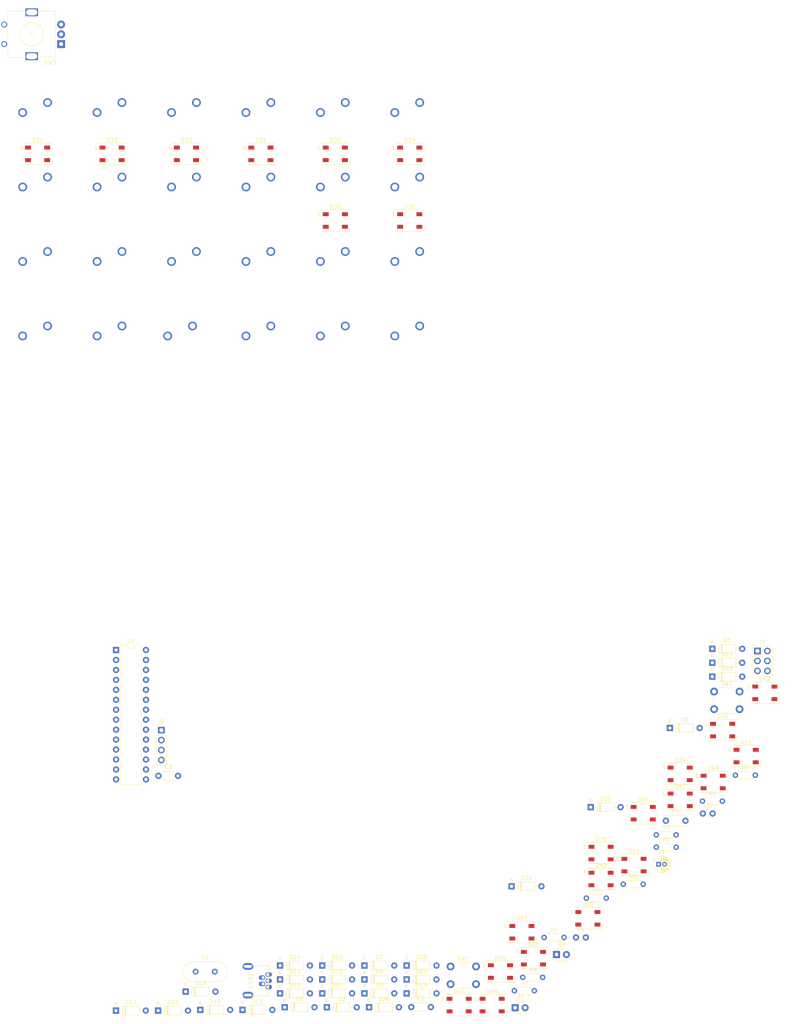
<source format=kicad_pcb>
(kicad_pcb (version 20171130) (host pcbnew "(5.1.4)-1")
  (layers (0 F.Cu signal) (31 B.Cu signal) (34 B.Paste user) (35 F.Paste user) (36 B.SilkS user) (37 F.SilkS user) (38 B.Mask user) (39 F.Mask user) (44 Edge.Cuts user))
  (net 0 "")
  (net 1 GND)
  (net 2 +5V)
  (net 3 "Net-(C4-Pad1)")
  (net 4 "Net-(C5-Pad1)")
  (net 5 "Net-(D1-Pad1)")
  (net 6 "Net-(D2-Pad1)")
  (net 7 "Net-(D3-Pad2)")
  (net 8 "Net-(D4-Pad2)")
  (net 9 "Net-(D5-Pad2)")
  (net 10 "Net-(D6-Pad2)")
  (net 11 "Net-(D7-Pad2)")
  (net 12 ROW0)
  (net 13 ROW1)
  (net 14 ROW2)
  (net 15 "Net-(D13-Pad2)")
  (net 16 "Net-(D14-Pad2)")
  (net 17 "Net-(D15-Pad2)")
  (net 18 "Net-(D17-Pad2)")
  (net 19 "Net-(D18-Pad2)")
  (net 20 "Net-(D19-Pad2)")
  (net 21 "Net-(D20-Pad2)")
  (net 22 "Net-(D21-Pad2)")
  (net 23 "Net-(D22-Pad2)")
  (net 24 "Net-(D23-Pad2)")
  (net 25 "Net-(D24-Pad2)")
  (net 26 "Net-(D25-Pad2)")
  (net 27 "Net-(F1-Pad2)")
  (net 28 Reset)
  (net 29 "Net-(J1-Pad4)")
  (net 30 I2c_SDA)
  (net 31 I2c_SCL)
  (net 32 COL0)
  (net 33 COL1)
  (net 34 COL2)
  (net 35 COL3)
  (net 36 COL4)
  (net 37 USB_D-)
  (net 38 USB_D+)
  (net 39 "Net-(SW2-Pad1)")
  (net 40 "Net-(U1-Pad21)")
  (net 41 "Net-(USB1-Pad2)")
  (net 42 ENC_A)
  (net 43 ENC_C)
  (net 44 ENC_B)
  (net 45 "Net-(D8-Pad2)")
  (net 46 /ROW3)
  (net 47 "Net-(D9-Pad2)")
  (net 48 "Net-(D10-Pad2)")
  (net 49 "Net-(D11-Pad2)")
  (net 50 "Net-(D12-Pad2)")
  (net 51 "Net-(D16-Pad2)")
  (net 52 "Net-(D26-Pad2)")
  (net 53 "Net-(D27-Pad2)")
  (net 54 "Net-(D28-Pad2)")
  (net 55 -5V)
  (net 56 "Net-(D29-Pad2)")
  (net 57 "Net-(D29-Pad4)")
  (net 58 "Net-(D30-Pad2)")
  (net 59 "Net-(D31-Pad2)")
  (net 60 "Net-(D32-Pad2)")
  (net 61 "Net-(D33-Pad2)")
  (net 62 "Net-(D34-Pad2)")
  (net 63 "Net-(D35-Pad2)")
  (net 64 "Net-(D36-Pad2)")
  (net 65 "Net-(D37-Pad2)")
  (net 66 "Net-(D38-Pad2)")
  (net 67 "Net-(D39-Pad2)")
  (net 68 "Net-(D40-Pad2)")
  (net 69 "Net-(D41-Pad2)")
  (net 70 "Net-(D42-Pad2)")
  (net 71 "Net-(D43-Pad2)")
  (net 72 "Net-(D44-Pad2)")
  (net 73 "Net-(D45-Pad2)")
  (net 74 "Net-(D46-Pad2)")
  (net 75 "Net-(D47-Pad2)")
  (net 76 "Net-(D48-Pad2)")
  (net 77 "Net-(D49-Pad2)")
  (net 78 "Net-(D50-Pad2)")
  (net 79 "Net-(D51-Pad2)")
  (net 80 "Net-(D52-Pad2)")
  (net 81 /COL5)
  (net 82 RGBINPUT)
  (module "! MX bases:MXOnly-1U-NoLED" (layer F.Cu) (at 423 256)
    (fp_text reference MX24)
    (fp_text value MX-NoLED)
    (pad 2 thru_hole circle (at 2.54 -5.08) (size 2.25 2.25) (drill 1.47) (layers *.Cu B.Mask) (net 54 "Net-(D28-Pad2)"))
    (pad "" np_thru_hole circle (at 0 0) (size 3.9878 3.9878) (drill 3.9878) (layers *.Cu *.Mask))
    (pad 1 thru_hole circle (at -3.81 -2.54) (size 2.25 2.25) (drill 1.47) (layers *.Cu B.Mask) (net 81 /COL5))
    (pad "" np_thru_hole circle (at -5.08 0 48.0996) (size 1.75 1.75) (drill 1.75) (layers *.Cu *.Mask))
    (pad "" np_thru_hole circle (at 5.08 0 48.0996) (size 1.75 1.75) (drill 1.75) (layers *.Cu *.Mask))
  )
  (module "! MX bases:MXOnly-1U-NoLED" (layer F.Cu) (at 404 256)
    (fp_text reference MX20)
    (fp_text value MX-NoLED)
    (pad 2 thru_hole circle (at 2.54 -5.08) (size 2.25 2.25) (drill 1.47) (layers *.Cu B.Mask) (net 25 "Net-(D24-Pad2)"))
    (pad "" np_thru_hole circle (at 0 0) (size 3.9878 3.9878) (drill 3.9878) (layers *.Cu *.Mask))
    (pad 1 thru_hole circle (at -3.81 -2.54) (size 2.25 2.25) (drill 1.47) (layers *.Cu B.Mask) (net 36 COL4))
    (pad "" np_thru_hole circle (at -5.08 0 48.0996) (size 1.75 1.75) (drill 1.75) (layers *.Cu *.Mask))
    (pad "" np_thru_hole circle (at 5.08 0 48.0996) (size 1.75 1.75) (drill 1.75) (layers *.Cu *.Mask))
  )
  (module "! MX bases:MXOnly-1U-NoLED" (layer F.Cu) (at 385 256)
    (fp_text reference MX16)
    (fp_text value MX-NoLED)
    (pad 2 thru_hole circle (at 2.54 -5.08) (size 2.25 2.25) (drill 1.47) (layers *.Cu B.Mask) (net 21 "Net-(D20-Pad2)"))
    (pad "" np_thru_hole circle (at 0 0) (size 3.9878 3.9878) (drill 3.9878) (layers *.Cu *.Mask))
    (pad 1 thru_hole circle (at -3.81 -2.54) (size 2.25 2.25) (drill 1.47) (layers *.Cu B.Mask) (net 35 COL3))
    (pad "" np_thru_hole circle (at -5.08 0 48.0996) (size 1.75 1.75) (drill 1.75) (layers *.Cu *.Mask))
    (pad "" np_thru_hole circle (at 5.08 0 48.0996) (size 1.75 1.75) (drill 1.75) (layers *.Cu *.Mask))
  )
  (module "! MX bases:MXOnly-1U-NoLED" (layer F.Cu) (at 365 256)
    (fp_text reference MX12)
    (fp_text value MX-NoLED)
    (pad 2 thru_hole circle (at 2.54 -5.08) (size 2.25 2.25) (drill 1.47) (layers *.Cu B.Mask) (net 51 "Net-(D16-Pad2)"))
    (pad "" np_thru_hole circle (at 0 0) (size 3.9878 3.9878) (drill 3.9878) (layers *.Cu *.Mask))
    (pad 1 thru_hole circle (at -3.81 -2.54) (size 2.25 2.25) (drill 1.47) (layers *.Cu B.Mask) (net 34 COL2))
    (pad "" np_thru_hole circle (at -5.08 0 48.0996) (size 1.75 1.75) (drill 1.75) (layers *.Cu *.Mask))
    (pad "" np_thru_hole circle (at 5.08 0 48.0996) (size 1.75 1.75) (drill 1.75) (layers *.Cu *.Mask))
  )
  (module "! MX bases:MXOnly-1U-NoLED" (layer F.Cu) (at 347 256)
    (fp_text reference MX8)
    (fp_text value MX-NoLED)
    (pad 2 thru_hole circle (at 2.54 -5.08) (size 2.25 2.25) (drill 1.47) (layers *.Cu B.Mask) (net 50 "Net-(D12-Pad2)"))
    (pad "" np_thru_hole circle (at 0 0) (size 3.9878 3.9878) (drill 3.9878) (layers *.Cu *.Mask))
    (pad 1 thru_hole circle (at -3.81 -2.54) (size 2.25 2.25) (drill 1.47) (layers *.Cu B.Mask) (net 33 COL1))
    (pad "" np_thru_hole circle (at -5.08 0 48.0996) (size 1.75 1.75) (drill 1.75) (layers *.Cu *.Mask))
    (pad "" np_thru_hole circle (at 5.08 0 48.0996) (size 1.75 1.75) (drill 1.75) (layers *.Cu *.Mask))
  )
  (module "! MX bases:MXOnly-1U-NoLED" (layer F.Cu) (at 328 256)
    (fp_text reference MX4)
    (fp_text value MX-NoLED)
    (pad 2 thru_hole circle (at 2.54 -5.08) (size 2.25 2.25) (drill 1.47) (layers *.Cu B.Mask) (net 45 "Net-(D8-Pad2)"))
    (pad "" np_thru_hole circle (at 0 0) (size 3.9878 3.9878) (drill 3.9878) (layers *.Cu *.Mask))
    (pad 1 thru_hole circle (at -3.81 -2.54) (size 2.25 2.25) (drill 1.47) (layers *.Cu B.Mask) (net 32 COL0))
    (pad "" np_thru_hole circle (at -5.08 0 48.0996) (size 1.75 1.75) (drill 1.75) (layers *.Cu *.Mask))
    (pad "" np_thru_hole circle (at 5.08 0 48.0996) (size 1.75 1.75) (drill 1.75) (layers *.Cu *.Mask))
  )
  (module Diode_THT:D_DO-35_SOD27_P7.62mm_Horizontal (layer F.Cu) (at 422.202199 414.079)
    (fp_text reference D28 (at 3.81 -2.12) (layer F.SilkS))
    (fp_text value 1N4148)
    (fp_text user K (at 0 -1.8) (layer F.SilkS))
    (pad 2 thru_hole oval (at 7.62 0) (size 1.6 1.6) (drill 0.8) (layers *.Cu *.Mask) (net 54 "Net-(D28-Pad2)"))
    (pad 1 thru_hole rect (at 0 0) (size 1.6 1.6) (drill 0.8) (layers *.Cu *.Mask) (net 46 /ROW3))
  )
  (module Diode_THT:D_DO-35_SOD27_P7.62mm_Horizontal (layer F.Cu) (at 448.992199 393.879)
    (fp_text reference D24 (at 3.81 -2.12) (layer F.SilkS))
    (fp_text value 1N4148)
    (fp_text user K (at 0 -1.8) (layer F.SilkS))
    (pad 2 thru_hole oval (at 7.62 0) (size 1.6 1.6) (drill 0.8) (layers *.Cu *.Mask) (net 25 "Net-(D24-Pad2)"))
    (pad 1 thru_hole rect (at 0 0) (size 1.6 1.6) (drill 0.8) (layers *.Cu *.Mask) (net 46 /ROW3))
  )
  (module Diode_THT:D_DO-35_SOD27_P7.62mm_Horizontal (layer F.Cu) (at 469.192199 373.679)
    (fp_text reference D20 (at 3.81 -2.12) (layer F.SilkS))
    (fp_text value 1N4148)
    (fp_text user K (at 0 -1.8) (layer F.SilkS))
    (pad 2 thru_hole oval (at 7.62 0) (size 1.6 1.6) (drill 0.8) (layers *.Cu *.Mask) (net 21 "Net-(D20-Pad2)"))
    (pad 1 thru_hole rect (at 0 0) (size 1.6 1.6) (drill 0.8) (layers *.Cu *.Mask) (net 46 /ROW3))
  )
  (module Diode_THT:D_DO-35_SOD27_P7.62mm_Horizontal (layer F.Cu) (at 369.532199 425.389)
    (fp_text reference D16 (at 3.81 -2.12) (layer F.SilkS))
    (fp_text value 1N4148)
    (fp_text user K (at 0 -1.8) (layer F.SilkS))
    (pad 2 thru_hole oval (at 7.62 0) (size 1.6 1.6) (drill 0.8) (layers *.Cu *.Mask) (net 51 "Net-(D16-Pad2)"))
    (pad 1 thru_hole rect (at 0 0) (size 1.6 1.6) (drill 0.8) (layers *.Cu *.Mask) (net 46 /ROW3))
  )
  (module Diode_THT:D_DO-35_SOD27_P7.62mm_Horizontal (layer F.Cu) (at 389.892199 421.179)
    (fp_text reference D12 (at 3.81 -2.12) (layer F.SilkS))
    (fp_text value 1N4148)
    (fp_text user K (at 0 -1.8) (layer F.SilkS))
    (pad 2 thru_hole oval (at 7.62 0) (size 1.6 1.6) (drill 0.8) (layers *.Cu *.Mask) (net 50 "Net-(D12-Pad2)"))
    (pad 1 thru_hole rect (at 0 0) (size 1.6 1.6) (drill 0.8) (layers *.Cu *.Mask) (net 46 /ROW3))
  )
  (module Diode_THT:D_DO-35_SOD27_P7.62mm_Horizontal (layer F.Cu) (at 489.392199 353.479)
    (fp_text reference D8 (at 3.81 -2.12) (layer F.SilkS))
    (fp_text value 1N4148)
    (fp_text user K (at 0 -1.8) (layer F.SilkS))
    (pad 2 thru_hole oval (at 7.62 0) (size 1.6 1.6) (drill 0.8) (layers *.Cu *.Mask) (net 45 "Net-(D8-Pad2)"))
    (pad 1 thru_hole rect (at 0 0) (size 1.6 1.6) (drill 0.8) (layers *.Cu *.Mask) (net 46 /ROW3))
  )
  (module Crystal:Crystal_HC49-4H_Vertical (layer F.Cu) (at 368.342199 415.629)
    (fp_text reference Y1 (at 2.44 -3.525) (layer F.SilkS))
    (fp_text value 16Mhz)
    (pad 2 thru_hole circle (at 4.88 0) (size 1.5 1.5) (drill 0.8) (layers *.Cu *.Mask) (net 3 "Net-(C4-Pad1)"))
    (pad 1 thru_hole circle (at 0 0) (size 1.5 1.5) (drill 0.8) (layers *.Cu *.Mask) (net 4 "Net-(C5-Pad1)"))
  )
  (module !random-keyboard-parts:Molex-0548190519 (layer F.Cu) (at 379.942199 417.959)
    (fp_text reference USB1)
    (fp_text value Molex-0548190519)
    (fp_text user %R (at 2.45 0 90) (layer F.SilkS))
    (pad 5 thru_hole oval (at 6.8 -1.6) (size 1.65 1.1) (drill oval 0.7 (offset 0.25 0)) (layers *.Cu B.Mask) (net 27 "Net-(F1-Pad2)"))
    (pad 4 thru_hole oval (at 5.6 -0.8 180) (size 1.65 1.1) (drill oval 0.7 (offset 0.25 0)) (layers *.Cu B.Mask) (net 5 "Net-(D1-Pad1)"))
    (pad 3 thru_hole oval (at 6.8 0) (size 1.65 1.1) (drill oval 0.7 (offset 0.25 0)) (layers *.Cu B.Mask) (net 6 "Net-(D2-Pad1)"))
    (pad 2 thru_hole oval (at 5.6 0.8 180) (size 1.65 1.1) (drill oval 0.7 (offset 0.25 0)) (layers *.Cu B.Mask) (net 41 "Net-(USB1-Pad2)"))
    (pad 1 thru_hole oval (at 6.8 1.6) (size 1.65 1.1) (drill oval 0.7 (offset 0.25 0)) (layers *.Cu B.Mask) (net 1 GND))
    (pad 6 thru_hole oval (at 1.75 -3.65) (size 2.7 1.7) (drill oval 1.9 0.7) (layers *.Cu *.Mask) (net 1 GND))
    (pad 6 thru_hole oval (at 1.75 3.65) (size 2.7 1.7) (drill oval 1.9 0.7) (layers *.Cu *.Mask) (net 1 GND))
  )
  (module Package_DIP:DIP-28_W7.62mm (layer F.Cu) (at 348.042199 333.579)
    (fp_text reference U1 (at 3.81 -2.33) (layer F.SilkS))
    (fp_text value ATmega328P-PU)
    (pad 28 thru_hole oval (at 7.62 0) (size 1.6 1.6) (drill 0.8) (layers *.Cu *.Mask) (net 31 I2c_SCL))
    (pad 14 thru_hole oval (at 0 33.02) (size 1.6 1.6) (drill 0.8) (layers *.Cu *.Mask) (net 42 ENC_A))
    (pad 27 thru_hole oval (at 7.62 2.54) (size 1.6 1.6) (drill 0.8) (layers *.Cu *.Mask) (net 30 I2c_SDA))
    (pad 13 thru_hole oval (at 0 30.48) (size 1.6 1.6) (drill 0.8) (layers *.Cu *.Mask) (net 36 COL4))
    (pad 26 thru_hole oval (at 7.62 5.08) (size 1.6 1.6) (drill 0.8) (layers *.Cu *.Mask) (net 32 COL0))
    (pad 12 thru_hole oval (at 0 27.94) (size 1.6 1.6) (drill 0.8) (layers *.Cu *.Mask) (net 35 COL3))
    (pad 25 thru_hole oval (at 7.62 7.62) (size 1.6 1.6) (drill 0.8) (layers *.Cu *.Mask) (net 14 ROW2))
    (pad 11 thru_hole oval (at 0 25.4) (size 1.6 1.6) (drill 0.8) (layers *.Cu *.Mask) (net 39 "Net-(SW2-Pad1)"))
    (pad 24 thru_hole oval (at 7.62 10.16) (size 1.6 1.6) (drill 0.8) (layers *.Cu *.Mask) (net 13 ROW1))
    (pad 10 thru_hole oval (at 0 22.86) (size 1.6 1.6) (drill 0.8) (layers *.Cu *.Mask) (net 3 "Net-(C4-Pad1)"))
    (pad 23 thru_hole oval (at 7.62 12.7) (size 1.6 1.6) (drill 0.8) (layers *.Cu *.Mask) (net 82 RGBINPUT))
    (pad 9 thru_hole oval (at 0 20.32) (size 1.6 1.6) (drill 0.8) (layers *.Cu *.Mask) (net 4 "Net-(C5-Pad1)"))
    (pad 22 thru_hole oval (at 7.62 15.24) (size 1.6 1.6) (drill 0.8) (layers *.Cu *.Mask) (net 1 GND))
    (pad 8 thru_hole oval (at 0 17.78) (size 1.6 1.6) (drill 0.8) (layers *.Cu *.Mask) (net 1 GND))
    (pad 21 thru_hole oval (at 7.62 17.78) (size 1.6 1.6) (drill 0.8) (layers *.Cu *.Mask) (net 40 "Net-(U1-Pad21)"))
    (pad 7 thru_hole oval (at 0 15.24) (size 1.6 1.6) (drill 0.8) (layers *.Cu *.Mask) (net 2 +5V))
    (pad 20 thru_hole oval (at 7.62 20.32) (size 1.6 1.6) (drill 0.8) (layers *.Cu *.Mask) (net 2 +5V))
    (pad 6 thru_hole oval (at 0 12.7) (size 1.6 1.6) (drill 0.8) (layers *.Cu *.Mask) (net 12 ROW0))
    (pad 19 thru_hole oval (at 7.62 22.86) (size 1.6 1.6) (drill 0.8) (layers *.Cu *.Mask) (net 46 /ROW3))
    (pad 5 thru_hole oval (at 0 10.16) (size 1.6 1.6) (drill 0.8) (layers *.Cu *.Mask) (net 37 USB_D-))
    (pad 18 thru_hole oval (at 7.62 25.4) (size 1.6 1.6) (drill 0.8) (layers *.Cu *.Mask) (net 81 /COL5))
    (pad 4 thru_hole oval (at 0 7.62) (size 1.6 1.6) (drill 0.8) (layers *.Cu *.Mask) (net 38 USB_D+))
    (pad 17 thru_hole oval (at 7.62 27.94) (size 1.6 1.6) (drill 0.8) (layers *.Cu *.Mask) (net 29 "Net-(J1-Pad4)"))
    (pad 3 thru_hole oval (at 0 5.08) (size 1.6 1.6) (drill 0.8) (layers *.Cu *.Mask) (net 34 COL2))
    (pad 16 thru_hole oval (at 7.62 30.48) (size 1.6 1.6) (drill 0.8) (layers *.Cu *.Mask) (net 44 ENC_B))
    (pad 2 thru_hole oval (at 0 2.54) (size 1.6 1.6) (drill 0.8) (layers *.Cu *.Mask) (net 33 COL1))
    (pad 15 thru_hole oval (at 7.62 33.02) (size 1.6 1.6) (drill 0.8) (layers *.Cu *.Mask) (net 43 ENC_C))
    (pad 1 thru_hole rect (at 0 0) (size 1.6 1.6) (drill 0.8) (layers *.Cu *.Mask) (net 28 Reset))
  )
  (module Rotary_Encoder:RotaryEncoder_Alps_EC11E_Vertical_H20mm (layer F.Cu) (at 334 179 180)
    (fp_text reference SW3 (at 2.8 -4.7) (layer F.SilkS))
    (fp_text value Rotary_Encoder)
    (pad A thru_hole rect (at 0 0 180) (size 2 2) (drill 1) (layers *.Cu *.Mask) (net 42 ENC_A))
    (pad C thru_hole circle (at 0 2.5 180) (size 2 2) (drill 1) (layers *.Cu *.Mask) (net 43 ENC_C))
    (pad B thru_hole circle (at 0 5 180) (size 2 2) (drill 1) (layers *.Cu *.Mask) (net 44 ENC_B))
    (pad MP thru_hole rect (at 7.5 -3.1 180) (size 3.2 2) (drill oval 2.8 1.5) (layers *.Cu *.Mask))
    (pad MP thru_hole rect (at 7.5 8.1 180) (size 3.2 2) (drill oval 2.8 1.5) (layers *.Cu *.Mask))
    (pad "" thru_hole circle (at 14.5 0 180) (size 1.5 1.5) (drill 1) (layers *.Cu *.Mask))
    (pad "" thru_hole circle (at 14.5 5 180) (size 1.5 1.5) (drill 1) (layers *.Cu *.Mask))
  )
  (module Button_Switch_THT:SW_PUSH_6mm (layer F.Cu) (at 500.692199 344.179)
    (fp_text reference SW2 (at 3.25 -2) (layer F.SilkS))
    (fp_text value SW_Push)
    (pad 1 thru_hole circle (at 6.5 0 90) (size 2 2) (drill 1.1) (layers *.Cu *.Mask) (net 39 "Net-(SW2-Pad1)"))
    (pad 2 thru_hole circle (at 6.5 4.5 90) (size 2 2) (drill 1.1) (layers *.Cu *.Mask) (net 1 GND))
    (pad 1 thru_hole circle (at 0 0 90) (size 2 2) (drill 1.1) (layers *.Cu *.Mask) (net 39 "Net-(SW2-Pad1)"))
    (pad 2 thru_hole circle (at 0 4.5 90) (size 2 2) (drill 1.1) (layers *.Cu *.Mask) (net 1 GND))
  )
  (module Button_Switch_THT:SW_PUSH_6mm (layer F.Cu) (at 433.422199 414.329)
    (fp_text reference SW1 (at 3.25 -2) (layer F.SilkS))
    (fp_text value SW_Push)
    (pad 1 thru_hole circle (at 6.5 0 90) (size 2 2) (drill 1.1) (layers *.Cu *.Mask) (net 28 Reset))
    (pad 2 thru_hole circle (at 6.5 4.5 90) (size 2 2) (drill 1.1) (layers *.Cu *.Mask) (net 1 GND))
    (pad 1 thru_hole circle (at 0 0 90) (size 2 2) (drill 1.1) (layers *.Cu *.Mask) (net 28 Reset))
    (pad 2 thru_hole circle (at 0 4.5 90) (size 2 2) (drill 1.1) (layers *.Cu *.Mask) (net 1 GND))
  )
  (module Resistor_THT:R_Axial_DIN0204_L3.6mm_D1.6mm_P5.08mm_Horizontal (layer F.Cu) (at 451.842199 417.089)
    (fp_text reference R9 (at 2.54 -1.92) (layer F.SilkS))
    (fp_text value 470)
    (pad 2 thru_hole oval (at 5.08 0) (size 1.4 1.4) (drill 0.7) (layers *.Cu *.Mask) (net 82 RGBINPUT))
    (pad 1 thru_hole circle (at 0 0) (size 1.4 1.4) (drill 0.7) (layers *.Cu *.Mask) (net 57 "Net-(D29-Pad4)"))
  )
  (module Resistor_THT:R_Axial_DIN0204_L3.6mm_D1.6mm_P5.08mm_Horizontal (layer F.Cu) (at 497.712199 372.139)
    (fp_text reference R8 (at 2.54 -1.92) (layer F.SilkS))
    (fp_text value 10k)
    (pad 2 thru_hole oval (at 5.08 0) (size 1.4 1.4) (drill 0.7) (layers *.Cu *.Mask) (net 30 I2c_SDA))
    (pad 1 thru_hole circle (at 0 0) (size 1.4 1.4) (drill 0.7) (layers *.Cu *.Mask) (net 2 +5V))
  )
  (module Resistor_THT:R_Axial_DIN0204_L3.6mm_D1.6mm_P5.08mm_Horizontal (layer F.Cu) (at 449.712199 420.499)
    (fp_text reference R7 (at 2.54 -1.92) (layer F.SilkS))
    (fp_text value 10k)
    (pad 2 thru_hole oval (at 5.08 0) (size 1.4 1.4) (drill 0.7) (layers *.Cu *.Mask) (net 31 I2c_SCL))
    (pad 1 thru_hole circle (at 0 0) (size 1.4 1.4) (drill 0.7) (layers *.Cu *.Mask) (net 2 +5V))
  )
  (module Resistor_THT:R_Axial_DIN0204_L3.6mm_D1.6mm_P5.08mm_Horizontal (layer F.Cu) (at 506.132199 365.519)
    (fp_text reference R6 (at 2.54 -1.92) (layer F.SilkS))
    (fp_text value 1.5k)
    (pad 2 thru_hole oval (at 5.08 0) (size 1.4 1.4) (drill 0.7) (layers *.Cu *.Mask) (net 30 I2c_SDA))
    (pad 1 thru_hole circle (at 0 0) (size 1.4 1.4) (drill 0.7) (layers *.Cu *.Mask) (net 8 "Net-(D4-Pad2)"))
  )
  (module Resistor_THT:R_Axial_DIN0204_L3.6mm_D1.6mm_P5.08mm_Horizontal (layer F.Cu) (at 477.512199 393.339)
    (fp_text reference R5 (at 2.54 -1.92) (layer F.SilkS))
    (fp_text value 1.5k)
    (pad 2 thru_hole oval (at 5.08 0) (size 1.4 1.4) (drill 0.7) (layers *.Cu *.Mask) (net 31 I2c_SCL))
    (pad 1 thru_hole circle (at 0 0) (size 1.4 1.4) (drill 0.7) (layers *.Cu *.Mask) (net 7 "Net-(D3-Pad2)"))
  )
  (module Resistor_THT:R_Axial_DIN0204_L3.6mm_D1.6mm_P5.08mm_Horizontal (layer F.Cu) (at 468.082199 396.889)
    (fp_text reference R4 (at 2.54 -1.92) (layer F.SilkS))
    (fp_text value 10k)
    (pad 2 thru_hole oval (at 5.08 0) (size 1.4 1.4) (drill 0.7) (layers *.Cu *.Mask) (net 28 Reset))
    (pad 1 thru_hole circle (at 0 0) (size 1.4 1.4) (drill 0.7) (layers *.Cu *.Mask) (net 2 +5V))
  )
  (module Resistor_THT:R_Axial_DIN0204_L3.6mm_D1.6mm_P5.08mm_Horizontal (layer F.Cu) (at 485.932199 380.739)
    (fp_text reference R3 (at 2.54 -1.92) (layer F.SilkS))
    (fp_text value 75R)
    (pad 2 thru_hole oval (at 5.08 0) (size 1.4 1.4) (drill 0.7) (layers *.Cu *.Mask) (net 6 "Net-(D2-Pad1)"))
    (pad 1 thru_hole circle (at 0 0) (size 1.4 1.4) (drill 0.7) (layers *.Cu *.Mask) (net 38 USB_D+))
  )
  (module Resistor_THT:R_Axial_DIN0204_L3.6mm_D1.6mm_P5.08mm_Horizontal (layer F.Cu) (at 485.932199 383.889)
    (fp_text reference R2 (at 2.54 -1.92) (layer F.SilkS))
    (fp_text value 75R)
    (pad 2 thru_hole oval (at 5.08 0) (size 1.4 1.4) (drill 0.7) (layers *.Cu *.Mask) (net 5 "Net-(D1-Pad1)"))
    (pad 1 thru_hole circle (at 0 0) (size 1.4 1.4) (drill 0.7) (layers *.Cu *.Mask) (net 37 USB_D-))
  )
  (module Resistor_THT:R_Axial_DIN0204_L3.6mm_D1.6mm_P5.08mm_Horizontal (layer F.Cu) (at 457.312199 406.919)
    (fp_text reference R1 (at 2.54 -1.92) (layer F.SilkS))
    (fp_text value 1.5k)
    (pad 2 thru_hole oval (at 5.08 0) (size 1.4 1.4) (drill 0.7) (layers *.Cu *.Mask) (net 5 "Net-(D1-Pad1)"))
    (pad 1 thru_hole circle (at 0 0) (size 1.4 1.4) (drill 0.7) (layers *.Cu *.Mask) (net 2 +5V))
  )
  (module "! MX bases:MXOnly-1U-NoLED" (layer F.Cu) (at 423 237)
    (fp_text reference MX23)
    (fp_text value MX-NoLED)
    (pad 2 thru_hole circle (at 2.54 -5.08) (size 2.25 2.25) (drill 1.47) (layers *.Cu B.Mask) (net 53 "Net-(D27-Pad2)"))
    (pad "" np_thru_hole circle (at 0 0) (size 3.9878 3.9878) (drill 3.9878) (layers *.Cu *.Mask))
    (pad 1 thru_hole circle (at -3.81 -2.54) (size 2.25 2.25) (drill 1.47) (layers *.Cu B.Mask) (net 81 /COL5))
    (pad "" np_thru_hole circle (at -5.08 0 48.0996) (size 1.75 1.75) (drill 1.75) (layers *.Cu *.Mask))
    (pad "" np_thru_hole circle (at 5.08 0 48.0996) (size 1.75 1.75) (drill 1.75) (layers *.Cu *.Mask))
  )
  (module "! MX bases:MXOnly-1U-NoLED" (layer F.Cu) (at 423 218)
    (fp_text reference MX22)
    (fp_text value MX-NoLED)
    (pad 2 thru_hole circle (at 2.54 -5.08) (size 2.25 2.25) (drill 1.47) (layers *.Cu B.Mask) (net 52 "Net-(D26-Pad2)"))
    (pad "" np_thru_hole circle (at 0 0) (size 3.9878 3.9878) (drill 3.9878) (layers *.Cu *.Mask))
    (pad 1 thru_hole circle (at -3.81 -2.54) (size 2.25 2.25) (drill 1.47) (layers *.Cu B.Mask) (net 81 /COL5))
    (pad "" np_thru_hole circle (at -5.08 0 48.0996) (size 1.75 1.75) (drill 1.75) (layers *.Cu *.Mask))
    (pad "" np_thru_hole circle (at 5.08 0 48.0996) (size 1.75 1.75) (drill 1.75) (layers *.Cu *.Mask))
  )
  (module "! MX bases:MXOnly-1U-NoLED" (layer F.Cu) (at 423 199)
    (fp_text reference MX21)
    (fp_text value MX-NoLED)
    (pad 2 thru_hole circle (at 2.54 -5.08) (size 2.25 2.25) (drill 1.47) (layers *.Cu B.Mask) (net 26 "Net-(D25-Pad2)"))
    (pad "" np_thru_hole circle (at 0 0) (size 3.9878 3.9878) (drill 3.9878) (layers *.Cu *.Mask))
    (pad 1 thru_hole circle (at -3.81 -2.54) (size 2.25 2.25) (drill 1.47) (layers *.Cu B.Mask) (net 81 /COL5))
    (pad "" np_thru_hole circle (at -5.08 0 48.0996) (size 1.75 1.75) (drill 1.75) (layers *.Cu *.Mask))
    (pad "" np_thru_hole circle (at 5.08 0 48.0996) (size 1.75 1.75) (drill 1.75) (layers *.Cu *.Mask))
  )
  (module "! MX bases:MXOnly-1U-NoLED" (layer F.Cu) (at 404 237)
    (fp_text reference MX19)
    (fp_text value MX-NoLED)
    (pad 2 thru_hole circle (at 2.54 -5.08) (size 2.25 2.25) (drill 1.47) (layers *.Cu B.Mask) (net 24 "Net-(D23-Pad2)"))
    (pad "" np_thru_hole circle (at 0 0) (size 3.9878 3.9878) (drill 3.9878) (layers *.Cu *.Mask))
    (pad 1 thru_hole circle (at -3.81 -2.54) (size 2.25 2.25) (drill 1.47) (layers *.Cu B.Mask) (net 36 COL4))
    (pad "" np_thru_hole circle (at -5.08 0 48.0996) (size 1.75 1.75) (drill 1.75) (layers *.Cu *.Mask))
    (pad "" np_thru_hole circle (at 5.08 0 48.0996) (size 1.75 1.75) (drill 1.75) (layers *.Cu *.Mask))
  )
  (module "! MX bases:MXOnly-1U-NoLED" (layer F.Cu) (at 404 218)
    (fp_text reference MX18)
    (fp_text value MX-NoLED)
    (pad 2 thru_hole circle (at 2.54 -5.08) (size 2.25 2.25) (drill 1.47) (layers *.Cu B.Mask) (net 23 "Net-(D22-Pad2)"))
    (pad "" np_thru_hole circle (at 0 0) (size 3.9878 3.9878) (drill 3.9878) (layers *.Cu *.Mask))
    (pad 1 thru_hole circle (at -3.81 -2.54) (size 2.25 2.25) (drill 1.47) (layers *.Cu B.Mask) (net 36 COL4))
    (pad "" np_thru_hole circle (at -5.08 0 48.0996) (size 1.75 1.75) (drill 1.75) (layers *.Cu *.Mask))
    (pad "" np_thru_hole circle (at 5.08 0 48.0996) (size 1.75 1.75) (drill 1.75) (layers *.Cu *.Mask))
  )
  (module "! MX bases:MXOnly-1U-NoLED" (layer F.Cu) (at 404 199)
    (fp_text reference MX17)
    (fp_text value MX-NoLED)
    (pad 2 thru_hole circle (at 2.54 -5.08) (size 2.25 2.25) (drill 1.47) (layers *.Cu B.Mask) (net 22 "Net-(D21-Pad2)"))
    (pad "" np_thru_hole circle (at 0 0) (size 3.9878 3.9878) (drill 3.9878) (layers *.Cu *.Mask))
    (pad 1 thru_hole circle (at -3.81 -2.54) (size 2.25 2.25) (drill 1.47) (layers *.Cu B.Mask) (net 36 COL4))
    (pad "" np_thru_hole circle (at -5.08 0 48.0996) (size 1.75 1.75) (drill 1.75) (layers *.Cu *.Mask))
    (pad "" np_thru_hole circle (at 5.08 0 48.0996) (size 1.75 1.75) (drill 1.75) (layers *.Cu *.Mask))
  )
  (module "! MX bases:MXOnly-1U-NoLED" (layer F.Cu) (at 385 237)
    (fp_text reference MX15)
    (fp_text value MX-NoLED)
    (pad 2 thru_hole circle (at 2.54 -5.08) (size 2.25 2.25) (drill 1.47) (layers *.Cu B.Mask) (net 20 "Net-(D19-Pad2)"))
    (pad "" np_thru_hole circle (at 0 0) (size 3.9878 3.9878) (drill 3.9878) (layers *.Cu *.Mask))
    (pad 1 thru_hole circle (at -3.81 -2.54) (size 2.25 2.25) (drill 1.47) (layers *.Cu B.Mask) (net 35 COL3))
    (pad "" np_thru_hole circle (at -5.08 0 48.0996) (size 1.75 1.75) (drill 1.75) (layers *.Cu *.Mask))
    (pad "" np_thru_hole circle (at 5.08 0 48.0996) (size 1.75 1.75) (drill 1.75) (layers *.Cu *.Mask))
  )
  (module "! MX bases:MXOnly-1U-NoLED" (layer F.Cu) (at 385 218)
    (fp_text reference MX14)
    (fp_text value MX-NoLED)
    (pad 2 thru_hole circle (at 2.54 -5.08) (size 2.25 2.25) (drill 1.47) (layers *.Cu B.Mask) (net 19 "Net-(D18-Pad2)"))
    (pad "" np_thru_hole circle (at 0 0) (size 3.9878 3.9878) (drill 3.9878) (layers *.Cu *.Mask))
    (pad 1 thru_hole circle (at -3.81 -2.54) (size 2.25 2.25) (drill 1.47) (layers *.Cu B.Mask) (net 35 COL3))
    (pad "" np_thru_hole circle (at -5.08 0 48.0996) (size 1.75 1.75) (drill 1.75) (layers *.Cu *.Mask))
    (pad "" np_thru_hole circle (at 5.08 0 48.0996) (size 1.75 1.75) (drill 1.75) (layers *.Cu *.Mask))
  )
  (module "! MX bases:MXOnly-1U-NoLED" (layer F.Cu) (at 385 199)
    (fp_text reference MX13)
    (fp_text value MX-NoLED)
    (pad 2 thru_hole circle (at 2.54 -5.08) (size 2.25 2.25) (drill 1.47) (layers *.Cu B.Mask) (net 18 "Net-(D17-Pad2)"))
    (pad "" np_thru_hole circle (at 0 0) (size 3.9878 3.9878) (drill 3.9878) (layers *.Cu *.Mask))
    (pad 1 thru_hole circle (at -3.81 -2.54) (size 2.25 2.25) (drill 1.47) (layers *.Cu B.Mask) (net 35 COL3))
    (pad "" np_thru_hole circle (at -5.08 0 48.0996) (size 1.75 1.75) (drill 1.75) (layers *.Cu *.Mask))
    (pad "" np_thru_hole circle (at 5.08 0 48.0996) (size 1.75 1.75) (drill 1.75) (layers *.Cu *.Mask))
  )
  (module "! MX bases:MXOnly-1U-NoLED" (layer F.Cu) (at 366 237)
    (fp_text reference MX11)
    (fp_text value MX-NoLED)
    (pad 2 thru_hole circle (at 2.54 -5.08) (size 2.25 2.25) (drill 1.47) (layers *.Cu B.Mask) (net 17 "Net-(D15-Pad2)"))
    (pad "" np_thru_hole circle (at 0 0) (size 3.9878 3.9878) (drill 3.9878) (layers *.Cu *.Mask))
    (pad 1 thru_hole circle (at -3.81 -2.54) (size 2.25 2.25) (drill 1.47) (layers *.Cu B.Mask) (net 34 COL2))
    (pad "" np_thru_hole circle (at -5.08 0 48.0996) (size 1.75 1.75) (drill 1.75) (layers *.Cu *.Mask))
    (pad "" np_thru_hole circle (at 5.08 0 48.0996) (size 1.75 1.75) (drill 1.75) (layers *.Cu *.Mask))
  )
  (module "! MX bases:MXOnly-1U-NoLED" (layer F.Cu) (at 366 218)
    (fp_text reference MX10)
    (fp_text value MX-NoLED)
    (pad 2 thru_hole circle (at 2.54 -5.08) (size 2.25 2.25) (drill 1.47) (layers *.Cu B.Mask) (net 16 "Net-(D14-Pad2)"))
    (pad "" np_thru_hole circle (at 0 0) (size 3.9878 3.9878) (drill 3.9878) (layers *.Cu *.Mask))
    (pad 1 thru_hole circle (at -3.81 -2.54) (size 2.25 2.25) (drill 1.47) (layers *.Cu B.Mask) (net 34 COL2))
    (pad "" np_thru_hole circle (at -5.08 0 48.0996) (size 1.75 1.75) (drill 1.75) (layers *.Cu *.Mask))
    (pad "" np_thru_hole circle (at 5.08 0 48.0996) (size 1.75 1.75) (drill 1.75) (layers *.Cu *.Mask))
  )
  (module "! MX bases:MXOnly-1U-NoLED" (layer F.Cu) (at 366 199)
    (fp_text reference MX9)
    (fp_text value MX-NoLED)
    (pad 2 thru_hole circle (at 2.54 -5.08) (size 2.25 2.25) (drill 1.47) (layers *.Cu B.Mask) (net 15 "Net-(D13-Pad2)"))
    (pad "" np_thru_hole circle (at 0 0) (size 3.9878 3.9878) (drill 3.9878) (layers *.Cu *.Mask))
    (pad 1 thru_hole circle (at -3.81 -2.54) (size 2.25 2.25) (drill 1.47) (layers *.Cu B.Mask) (net 34 COL2))
    (pad "" np_thru_hole circle (at -5.08 0 48.0996) (size 1.75 1.75) (drill 1.75) (layers *.Cu *.Mask))
    (pad "" np_thru_hole circle (at 5.08 0 48.0996) (size 1.75 1.75) (drill 1.75) (layers *.Cu *.Mask))
  )
  (module "! MX bases:MXOnly-1U-NoLED" (layer F.Cu) (at 347 237)
    (fp_text reference MX7)
    (fp_text value MX-NoLED)
    (pad 2 thru_hole circle (at 2.54 -5.08) (size 2.25 2.25) (drill 1.47) (layers *.Cu B.Mask) (net 49 "Net-(D11-Pad2)"))
    (pad "" np_thru_hole circle (at 0 0) (size 3.9878 3.9878) (drill 3.9878) (layers *.Cu *.Mask))
    (pad 1 thru_hole circle (at -3.81 -2.54) (size 2.25 2.25) (drill 1.47) (layers *.Cu B.Mask) (net 33 COL1))
    (pad "" np_thru_hole circle (at -5.08 0 48.0996) (size 1.75 1.75) (drill 1.75) (layers *.Cu *.Mask))
    (pad "" np_thru_hole circle (at 5.08 0 48.0996) (size 1.75 1.75) (drill 1.75) (layers *.Cu *.Mask))
  )
  (module "! MX bases:MXOnly-1U-NoLED" (layer F.Cu) (at 347 218)
    (fp_text reference MX6)
    (fp_text value MX-NoLED)
    (pad 2 thru_hole circle (at 2.54 -5.08) (size 2.25 2.25) (drill 1.47) (layers *.Cu B.Mask) (net 48 "Net-(D10-Pad2)"))
    (pad "" np_thru_hole circle (at 0 0) (size 3.9878 3.9878) (drill 3.9878) (layers *.Cu *.Mask))
    (pad 1 thru_hole circle (at -3.81 -2.54) (size 2.25 2.25) (drill 1.47) (layers *.Cu B.Mask) (net 33 COL1))
    (pad "" np_thru_hole circle (at -5.08 0 48.0996) (size 1.75 1.75) (drill 1.75) (layers *.Cu *.Mask))
    (pad "" np_thru_hole circle (at 5.08 0 48.0996) (size 1.75 1.75) (drill 1.75) (layers *.Cu *.Mask))
  )
  (module "! MX bases:MXOnly-1U-NoLED" (layer F.Cu) (at 347 199)
    (fp_text reference MX5)
    (fp_text value MX-NoLED)
    (pad 2 thru_hole circle (at 2.54 -5.08) (size 2.25 2.25) (drill 1.47) (layers *.Cu B.Mask) (net 47 "Net-(D9-Pad2)"))
    (pad "" np_thru_hole circle (at 0 0) (size 3.9878 3.9878) (drill 3.9878) (layers *.Cu *.Mask))
    (pad 1 thru_hole circle (at -3.81 -2.54) (size 2.25 2.25) (drill 1.47) (layers *.Cu B.Mask) (net 33 COL1))
    (pad "" np_thru_hole circle (at -5.08 0 48.0996) (size 1.75 1.75) (drill 1.75) (layers *.Cu *.Mask))
    (pad "" np_thru_hole circle (at 5.08 0 48.0996) (size 1.75 1.75) (drill 1.75) (layers *.Cu *.Mask))
  )
  (module "! MX bases:MXOnly-1U-NoLED" (layer F.Cu) (at 328 237)
    (fp_text reference MX3)
    (fp_text value MX-NoLED)
    (pad 2 thru_hole circle (at 2.54 -5.08) (size 2.25 2.25) (drill 1.47) (layers *.Cu B.Mask) (net 11 "Net-(D7-Pad2)"))
    (pad "" np_thru_hole circle (at 0 0) (size 3.9878 3.9878) (drill 3.9878) (layers *.Cu *.Mask))
    (pad 1 thru_hole circle (at -3.81 -2.54) (size 2.25 2.25) (drill 1.47) (layers *.Cu B.Mask) (net 32 COL0))
    (pad "" np_thru_hole circle (at -5.08 0 48.0996) (size 1.75 1.75) (drill 1.75) (layers *.Cu *.Mask))
    (pad "" np_thru_hole circle (at 5.08 0 48.0996) (size 1.75 1.75) (drill 1.75) (layers *.Cu *.Mask))
  )
  (module "! MX bases:MXOnly-1U-NoLED" (layer F.Cu) (at 328 218)
    (fp_text reference MX2)
    (fp_text value MX-NoLED)
    (pad 2 thru_hole circle (at 2.54 -5.08) (size 2.25 2.25) (drill 1.47) (layers *.Cu B.Mask) (net 10 "Net-(D6-Pad2)"))
    (pad "" np_thru_hole circle (at 0 0) (size 3.9878 3.9878) (drill 3.9878) (layers *.Cu *.Mask))
    (pad 1 thru_hole circle (at -3.81 -2.54) (size 2.25 2.25) (drill 1.47) (layers *.Cu B.Mask) (net 32 COL0))
    (pad "" np_thru_hole circle (at -5.08 0 48.0996) (size 1.75 1.75) (drill 1.75) (layers *.Cu *.Mask))
    (pad "" np_thru_hole circle (at 5.08 0 48.0996) (size 1.75 1.75) (drill 1.75) (layers *.Cu *.Mask))
  )
  (module "! MX bases:MXOnly-1U-NoLED" (layer F.Cu) (at 328 199)
    (fp_text reference MX1)
    (fp_text value MX-NoLED)
    (pad 2 thru_hole circle (at 2.54 -5.08) (size 2.25 2.25) (drill 1.47) (layers *.Cu B.Mask) (net 9 "Net-(D5-Pad2)"))
    (pad "" np_thru_hole circle (at 0 0) (size 3.9878 3.9878) (drill 3.9878) (layers *.Cu *.Mask))
    (pad 1 thru_hole circle (at -3.81 -2.54) (size 2.25 2.25) (drill 1.47) (layers *.Cu B.Mask) (net 32 COL0))
    (pad "" np_thru_hole circle (at -5.08 0 48.0996) (size 1.75 1.75) (drill 1.75) (layers *.Cu *.Mask))
    (pad "" np_thru_hole circle (at 5.08 0 48.0996) (size 1.75 1.75) (drill 1.75) (layers *.Cu *.Mask))
  )
  (module Connector_PinHeader_2.54mm:PinHeader_1x04_P2.54mm_Vertical (layer F.Cu) (at 359.592199 354.029)
    (fp_text reference J2 (at 0 -2.33) (layer F.SilkS))
    (fp_text value Conn_01x04)
    (pad 4 thru_hole oval (at 0 7.62) (size 1.7 1.7) (drill 1) (layers *.Cu *.Mask) (net 1 GND))
    (pad 3 thru_hole oval (at 0 5.08) (size 1.7 1.7) (drill 1) (layers *.Cu *.Mask) (net 30 I2c_SDA))
    (pad 2 thru_hole oval (at 0 2.54) (size 1.7 1.7) (drill 1) (layers *.Cu *.Mask) (net 31 I2c_SCL))
    (pad 1 thru_hole rect (at 0 0) (size 1.7 1.7) (drill 1) (layers *.Cu *.Mask) (net 2 +5V))
  )
  (module Connector_PinHeader_2.54mm:PinHeader_2x03_P2.54mm_Vertical (layer F.Cu) (at 511.762199 333.829)
    (fp_text reference J1 (at 1.27 -2.33) (layer F.SilkS))
    (fp_text value Conn_02x03_Odd_Even)
    (pad 6 thru_hole oval (at 2.54 5.08) (size 1.7 1.7) (drill 1) (layers *.Cu *.Mask) (net 1 GND))
    (pad 5 thru_hole oval (at 0 5.08) (size 1.7 1.7) (drill 1) (layers *.Cu *.Mask) (net 28 Reset))
    (pad 4 thru_hole oval (at 2.54 2.54) (size 1.7 1.7) (drill 1) (layers *.Cu *.Mask) (net 29 "Net-(J1-Pad4)"))
    (pad 3 thru_hole oval (at 0 2.54) (size 1.7 1.7) (drill 1) (layers *.Cu *.Mask) (net 46 /ROW3))
    (pad 2 thru_hole oval (at 2.54 0) (size 1.7 1.7) (drill 1) (layers *.Cu *.Mask) (net 2 +5V))
    (pad 1 thru_hole rect (at 0 0) (size 1.7 1.7) (drill 1) (layers *.Cu *.Mask) (net 81 /COL5))
  )
  (module Capacitor_THT:C_Disc_D5.0mm_W2.5mm_P5.00mm (layer F.Cu) (at 488.382199 377.139)
    (fp_text reference F1 (at 2.5 -2.5) (layer F.SilkS))
    (fp_text value 100mA)
    (pad 2 thru_hole circle (at 5 0) (size 1.6 1.6) (drill 0.8) (layers *.Cu *.Mask) (net 27 "Net-(F1-Pad2)"))
    (pad 1 thru_hole circle (at 0 0) (size 1.6 1.6) (drill 0.8) (layers *.Cu *.Mask) (net 2 +5V))
  )
  (module LED_SMD:LED_WS2812B_PLCC4_5.0x5.0mm_P3.2mm (layer F.Cu) (at 468.467199 402.034)
    (fp_text reference D52 (at 0 -3.5) (layer F.SilkS))
    (fp_text value WS2812B)
    (fp_text user 1 (at -4.15 -1.6) (layer F.SilkS))
    (pad 1 smd rect (at -2.45 -1.6) (size 1.5 1) (layers F.Cu F.Paste F.Mask) (net 55 -5V))
    (pad 2 smd rect (at -2.45 1.6) (size 1.5 1) (layers F.Cu F.Paste F.Mask) (net 80 "Net-(D52-Pad2)"))
    (pad 4 smd rect (at 2.45 -1.6) (size 1.5 1) (layers F.Cu F.Paste F.Mask) (net 79 "Net-(D51-Pad2)"))
    (pad 3 smd rect (at 2.45 1.6) (size 1.5 1) (layers F.Cu F.Paste F.Mask) (net 1 GND))
  )
  (module LED_SMD:LED_WS2812B_PLCC4_5.0x5.0mm_P3.2mm (layer F.Cu) (at 508.867199 360.634)
    (fp_text reference D51 (at 0 -3.5) (layer F.SilkS))
    (fp_text value WS2812B)
    (fp_text user 1 (at -4.15 -1.6) (layer F.SilkS))
    (pad 1 smd rect (at -2.45 -1.6) (size 1.5 1) (layers F.Cu F.Paste F.Mask) (net 55 -5V))
    (pad 2 smd rect (at -2.45 1.6) (size 1.5 1) (layers F.Cu F.Paste F.Mask) (net 79 "Net-(D51-Pad2)"))
    (pad 4 smd rect (at 2.45 -1.6) (size 1.5 1) (layers F.Cu F.Paste F.Mask) (net 78 "Net-(D50-Pad2)"))
    (pad 3 smd rect (at 2.45 1.6) (size 1.5 1) (layers F.Cu F.Paste F.Mask) (net 1 GND))
  )
  (module LED_SMD:LED_WS2812B_PLCC4_5.0x5.0mm_P3.2mm (layer F.Cu) (at 480.247199 388.454)
    (fp_text reference D50 (at 0 -3.5) (layer F.SilkS))
    (fp_text value WS2812B)
    (fp_text user 1 (at -4.15 -1.6) (layer F.SilkS))
    (pad 1 smd rect (at -2.45 -1.6) (size 1.5 1) (layers F.Cu F.Paste F.Mask) (net 55 -5V))
    (pad 2 smd rect (at -2.45 1.6) (size 1.5 1) (layers F.Cu F.Paste F.Mask) (net 78 "Net-(D50-Pad2)"))
    (pad 4 smd rect (at 2.45 -1.6) (size 1.5 1) (layers F.Cu F.Paste F.Mask) (net 77 "Net-(D49-Pad2)"))
    (pad 3 smd rect (at 2.45 1.6) (size 1.5 1) (layers F.Cu F.Paste F.Mask) (net 1 GND))
  )
  (module LED_SMD:LED_WS2812B_PLCC4_5.0x5.0mm_P3.2mm (layer F.Cu) (at 500.447199 367.254)
    (fp_text reference D49 (at 0 -3.5) (layer F.SilkS))
    (fp_text value WS2812B)
    (fp_text user 1 (at -4.15 -1.6) (layer F.SilkS))
    (pad 1 smd rect (at -2.45 -1.6) (size 1.5 1) (layers F.Cu F.Paste F.Mask) (net 55 -5V))
    (pad 2 smd rect (at -2.45 1.6) (size 1.5 1) (layers F.Cu F.Paste F.Mask) (net 77 "Net-(D49-Pad2)"))
    (pad 4 smd rect (at 2.45 -1.6) (size 1.5 1) (layers F.Cu F.Paste F.Mask) (net 76 "Net-(D48-Pad2)"))
    (pad 3 smd rect (at 2.45 1.6) (size 1.5 1) (layers F.Cu F.Paste F.Mask) (net 1 GND))
  )
  (module LED_SMD:LED_WS2812B_PLCC4_5.0x5.0mm_P3.2mm (layer F.Cu) (at 444.027199 424.164)
    (fp_text reference D48 (at 0 -3.5) (layer F.SilkS))
    (fp_text value WS2812B)
    (fp_text user 1 (at -4.15 -1.6) (layer F.SilkS))
    (pad 1 smd rect (at -2.45 -1.6) (size 1.5 1) (layers F.Cu F.Paste F.Mask) (net 55 -5V))
    (pad 2 smd rect (at -2.45 1.6) (size 1.5 1) (layers F.Cu F.Paste F.Mask) (net 76 "Net-(D48-Pad2)"))
    (pad 4 smd rect (at 2.45 -1.6) (size 1.5 1) (layers F.Cu F.Paste F.Mask) (net 75 "Net-(D47-Pad2)"))
    (pad 3 smd rect (at 2.45 1.6) (size 1.5 1) (layers F.Cu F.Paste F.Mask) (net 1 GND))
  )
  (module LED_SMD:LED_WS2812B_PLCC4_5.0x5.0mm_P3.2mm (layer F.Cu) (at 492.027199 371.804)
    (fp_text reference D47 (at 0 -3.5) (layer F.SilkS))
    (fp_text value WS2812B)
    (fp_text user 1 (at -4.15 -1.6) (layer F.SilkS))
    (pad 1 smd rect (at -2.45 -1.6) (size 1.5 1) (layers F.Cu F.Paste F.Mask) (net 55 -5V))
    (pad 2 smd rect (at -2.45 1.6) (size 1.5 1) (layers F.Cu F.Paste F.Mask) (net 75 "Net-(D47-Pad2)"))
    (pad 4 smd rect (at 2.45 -1.6) (size 1.5 1) (layers F.Cu F.Paste F.Mask) (net 74 "Net-(D46-Pad2)"))
    (pad 3 smd rect (at 2.45 1.6) (size 1.5 1) (layers F.Cu F.Paste F.Mask) (net 1 GND))
  )
  (module LED_SMD:LED_WS2812B_PLCC4_5.0x5.0mm_P3.2mm (layer F.Cu) (at 471.827199 392.004)
    (fp_text reference D46 (at 0 -3.5) (layer F.SilkS))
    (fp_text value WS2812B)
    (fp_text user 1 (at -4.15 -1.6) (layer F.SilkS))
    (pad 1 smd rect (at -2.45 -1.6) (size 1.5 1) (layers F.Cu F.Paste F.Mask) (net 55 -5V))
    (pad 2 smd rect (at -2.45 1.6) (size 1.5 1) (layers F.Cu F.Paste F.Mask) (net 74 "Net-(D46-Pad2)"))
    (pad 4 smd rect (at 2.45 -1.6) (size 1.5 1) (layers F.Cu F.Paste F.Mask) (net 73 "Net-(D45-Pad2)"))
    (pad 3 smd rect (at 2.45 1.6) (size 1.5 1) (layers F.Cu F.Paste F.Mask) (net 1 GND))
  )
  (module LED_SMD:LED_WS2812B_PLCC4_5.0x5.0mm_P3.2mm (layer F.Cu) (at 454.577199 412.204)
    (fp_text reference D45 (at 0 -3.5) (layer F.SilkS))
    (fp_text value WS2812B)
    (fp_text user 1 (at -4.15 -1.6) (layer F.SilkS))
    (pad 1 smd rect (at -2.45 -1.6) (size 1.5 1) (layers F.Cu F.Paste F.Mask) (net 55 -5V))
    (pad 2 smd rect (at -2.45 1.6) (size 1.5 1) (layers F.Cu F.Paste F.Mask) (net 73 "Net-(D45-Pad2)"))
    (pad 4 smd rect (at 2.45 -1.6) (size 1.5 1) (layers F.Cu F.Paste F.Mask) (net 72 "Net-(D44-Pad2)"))
    (pad 3 smd rect (at 2.45 1.6) (size 1.5 1) (layers F.Cu F.Paste F.Mask) (net 1 GND))
  )
  (module LED_SMD:LED_WS2812B_PLCC4_5.0x5.0mm_P3.2mm (layer F.Cu) (at 446.157199 415.614)
    (fp_text reference D44 (at 0 -3.5) (layer F.SilkS))
    (fp_text value WS2812B)
    (fp_text user 1 (at -4.15 -1.6) (layer F.SilkS))
    (pad 1 smd rect (at -2.45 -1.6) (size 1.5 1) (layers F.Cu F.Paste F.Mask) (net 55 -5V))
    (pad 2 smd rect (at -2.45 1.6) (size 1.5 1) (layers F.Cu F.Paste F.Mask) (net 72 "Net-(D44-Pad2)"))
    (pad 4 smd rect (at 2.45 -1.6) (size 1.5 1) (layers F.Cu F.Paste F.Mask) (net 71 "Net-(D43-Pad2)"))
    (pad 3 smd rect (at 2.45 1.6) (size 1.5 1) (layers F.Cu F.Paste F.Mask) (net 1 GND))
  )
  (module LED_SMD:LED_WS2812B_PLCC4_5.0x5.0mm_P3.2mm (layer F.Cu) (at 435.607199 424.164)
    (fp_text reference D43 (at 0 -3.5) (layer F.SilkS))
    (fp_text value WS2812B)
    (fp_text user 1 (at -4.15 -1.6) (layer F.SilkS))
    (pad 1 smd rect (at -2.45 -1.6) (size 1.5 1) (layers F.Cu F.Paste F.Mask) (net 55 -5V))
    (pad 2 smd rect (at -2.45 1.6) (size 1.5 1) (layers F.Cu F.Paste F.Mask) (net 71 "Net-(D43-Pad2)"))
    (pad 4 smd rect (at 2.45 -1.6) (size 1.5 1) (layers F.Cu F.Paste F.Mask) (net 70 "Net-(D42-Pad2)"))
    (pad 3 smd rect (at 2.45 1.6) (size 1.5 1) (layers F.Cu F.Paste F.Mask) (net 1 GND))
  )
  (module LED_SMD:LED_WS2812B_PLCC4_5.0x5.0mm_P3.2mm (layer F.Cu) (at 513.647199 344.514)
    (fp_text reference D42 (at 0 -3.5) (layer F.SilkS))
    (fp_text value WS2812B)
    (fp_text user 1 (at -4.15 -1.6) (layer F.SilkS))
    (pad 1 smd rect (at -2.45 -1.6) (size 1.5 1) (layers F.Cu F.Paste F.Mask) (net 55 -5V))
    (pad 2 smd rect (at -2.45 1.6) (size 1.5 1) (layers F.Cu F.Paste F.Mask) (net 70 "Net-(D42-Pad2)"))
    (pad 4 smd rect (at 2.45 -1.6) (size 1.5 1) (layers F.Cu F.Paste F.Mask) (net 69 "Net-(D41-Pad2)"))
    (pad 3 smd rect (at 2.45 1.6) (size 1.5 1) (layers F.Cu F.Paste F.Mask) (net 1 GND))
  )
  (module LED_SMD:LED_WS2812B_PLCC4_5.0x5.0mm_P3.2mm (layer F.Cu) (at 482.597199 375.214)
    (fp_text reference D41 (at 0 -3.5) (layer F.SilkS))
    (fp_text value WS2812B)
    (fp_text user 1 (at -4.15 -1.6) (layer F.SilkS))
    (pad 1 smd rect (at -2.45 -1.6) (size 1.5 1) (layers F.Cu F.Paste F.Mask) (net 55 -5V))
    (pad 2 smd rect (at -2.45 1.6) (size 1.5 1) (layers F.Cu F.Paste F.Mask) (net 69 "Net-(D41-Pad2)"))
    (pad 4 smd rect (at 2.45 -1.6) (size 1.5 1) (layers F.Cu F.Paste F.Mask) (net 68 "Net-(D40-Pad2)"))
    (pad 3 smd rect (at 2.45 1.6) (size 1.5 1) (layers F.Cu F.Paste F.Mask) (net 1 GND))
  )
  (module LED_SMD:LED_WS2812B_PLCC4_5.0x5.0mm_P3.2mm (layer F.Cu) (at 502.877199 354.014)
    (fp_text reference D40 (at 0 -3.5) (layer F.SilkS))
    (fp_text value WS2812B)
    (fp_text user 1 (at -4.15 -1.6) (layer F.SilkS))
    (pad 1 smd rect (at -2.45 -1.6) (size 1.5 1) (layers F.Cu F.Paste F.Mask) (net 55 -5V))
    (pad 2 smd rect (at -2.45 1.6) (size 1.5 1) (layers F.Cu F.Paste F.Mask) (net 68 "Net-(D40-Pad2)"))
    (pad 4 smd rect (at 2.45 -1.6) (size 1.5 1) (layers F.Cu F.Paste F.Mask) (net 67 "Net-(D39-Pad2)"))
    (pad 3 smd rect (at 2.45 1.6) (size 1.5 1) (layers F.Cu F.Paste F.Mask) (net 1 GND))
  )
  (module LED_SMD:LED_WS2812B_PLCC4_5.0x5.0mm_P3.2mm (layer F.Cu) (at 492.027199 365.184)
    (fp_text reference D39 (at 0 -3.5) (layer F.SilkS))
    (fp_text value WS2812B)
    (fp_text user 1 (at -4.15 -1.6) (layer F.SilkS))
    (pad 1 smd rect (at -2.45 -1.6) (size 1.5 1) (layers F.Cu F.Paste F.Mask) (net 55 -5V))
    (pad 2 smd rect (at -2.45 1.6) (size 1.5 1) (layers F.Cu F.Paste F.Mask) (net 67 "Net-(D39-Pad2)"))
    (pad 4 smd rect (at 2.45 -1.6) (size 1.5 1) (layers F.Cu F.Paste F.Mask) (net 66 "Net-(D38-Pad2)"))
    (pad 3 smd rect (at 2.45 1.6) (size 1.5 1) (layers F.Cu F.Paste F.Mask) (net 1 GND))
  )
  (module LED_SMD:LED_WS2812B_PLCC4_5.0x5.0mm_P3.2mm (layer F.Cu) (at 471.827199 385.384)
    (fp_text reference D38 (at 0 -3.5) (layer F.SilkS))
    (fp_text value WS2812B)
    (fp_text user 1 (at -4.15 -1.6) (layer F.SilkS))
    (pad 1 smd rect (at -2.45 -1.6) (size 1.5 1) (layers F.Cu F.Paste F.Mask) (net 55 -5V))
    (pad 2 smd rect (at -2.45 1.6) (size 1.5 1) (layers F.Cu F.Paste F.Mask) (net 66 "Net-(D38-Pad2)"))
    (pad 4 smd rect (at 2.45 -1.6) (size 1.5 1) (layers F.Cu F.Paste F.Mask) (net 65 "Net-(D37-Pad2)"))
    (pad 3 smd rect (at 2.45 1.6) (size 1.5 1) (layers F.Cu F.Paste F.Mask) (net 1 GND))
  )
  (module LED_SMD:LED_WS2812B_PLCC4_5.0x5.0mm_P3.2mm (layer F.Cu) (at 451.627199 405.584)
    (fp_text reference D37 (at 0 -3.5) (layer F.SilkS))
    (fp_text value WS2812B)
    (fp_text user 1 (at -4.15 -1.6) (layer F.SilkS))
    (pad 1 smd rect (at -2.45 -1.6) (size 1.5 1) (layers F.Cu F.Paste F.Mask) (net 55 -5V))
    (pad 2 smd rect (at -2.45 1.6) (size 1.5 1) (layers F.Cu F.Paste F.Mask) (net 65 "Net-(D37-Pad2)"))
    (pad 4 smd rect (at 2.45 -1.6) (size 1.5 1) (layers F.Cu F.Paste F.Mask) (net 64 "Net-(D36-Pad2)"))
    (pad 3 smd rect (at 2.45 1.6) (size 1.5 1) (layers F.Cu F.Paste F.Mask) (net 1 GND))
  )
  (module LED_SMD:LED_WS2812B_PLCC4_5.0x5.0mm_P3.2mm (layer F.Cu) (at 404 224)
    (fp_text reference D36 (at 0 -3.5) (layer F.SilkS))
    (fp_text value WS2812B)
    (fp_text user 1 (at -4.15 -1.6) (layer F.SilkS))
    (pad 1 smd rect (at -2.45 -1.6) (size 1.5 1) (layers F.Cu F.Paste F.Mask) (net 55 -5V))
    (pad 2 smd rect (at -2.45 1.6) (size 1.5 1) (layers F.Cu F.Paste F.Mask) (net 64 "Net-(D36-Pad2)"))
    (pad 4 smd rect (at 2.45 -1.6) (size 1.5 1) (layers F.Cu F.Paste F.Mask) (net 63 "Net-(D35-Pad2)"))
    (pad 3 smd rect (at 2.45 1.6) (size 1.5 1) (layers F.Cu F.Paste F.Mask) (net 1 GND))
  )
  (module LED_SMD:LED_WS2812B_PLCC4_5.0x5.0mm_P3.2mm (layer F.Cu) (at 423 224)
    (fp_text reference D35 (at 0 -3.5) (layer F.SilkS))
    (fp_text value WS2812B)
    (fp_text user 1 (at -4.15 -1.6) (layer F.SilkS))
    (pad 1 smd rect (at -2.45 -1.6) (size 1.5 1) (layers F.Cu F.Paste F.Mask) (net 55 -5V))
    (pad 2 smd rect (at -2.45 1.6) (size 1.5 1) (layers F.Cu F.Paste F.Mask) (net 63 "Net-(D35-Pad2)"))
    (pad 4 smd rect (at 2.45 -1.6) (size 1.5 1) (layers F.Cu F.Paste F.Mask) (net 62 "Net-(D34-Pad2)"))
    (pad 3 smd rect (at 2.45 1.6) (size 1.5 1) (layers F.Cu F.Paste F.Mask) (net 1 GND))
  )
  (module LED_SMD:LED_WS2812B_PLCC4_5.0x5.0mm_P3.2mm (layer F.Cu) (at 328 207)
    (fp_text reference D34 (at 0 -3.5) (layer F.SilkS))
    (fp_text value WS2812B)
    (fp_text user 1 (at -4.15 -1.6) (layer F.SilkS))
    (pad 1 smd rect (at -2.45 -1.6) (size 1.5 1) (layers F.Cu F.Paste F.Mask) (net 55 -5V))
    (pad 2 smd rect (at -2.45 1.6) (size 1.5 1) (layers F.Cu F.Paste F.Mask) (net 62 "Net-(D34-Pad2)"))
    (pad 4 smd rect (at 2.45 -1.6) (size 1.5 1) (layers F.Cu F.Paste F.Mask) (net 61 "Net-(D33-Pad2)"))
    (pad 3 smd rect (at 2.45 1.6) (size 1.5 1) (layers F.Cu F.Paste F.Mask) (net 1 GND))
  )
  (module LED_SMD:LED_WS2812B_PLCC4_5.0x5.0mm_P3.2mm (layer F.Cu) (at 347 207)
    (fp_text reference D33 (at 0 -3.5) (layer F.SilkS))
    (fp_text value WS2812B)
    (fp_text user 1 (at -4.15 -1.6) (layer F.SilkS))
    (pad 1 smd rect (at -2.45 -1.6) (size 1.5 1) (layers F.Cu F.Paste F.Mask) (net 55 -5V))
    (pad 2 smd rect (at -2.45 1.6) (size 1.5 1) (layers F.Cu F.Paste F.Mask) (net 61 "Net-(D33-Pad2)"))
    (pad 4 smd rect (at 2.45 -1.6) (size 1.5 1) (layers F.Cu F.Paste F.Mask) (net 60 "Net-(D32-Pad2)"))
    (pad 3 smd rect (at 2.45 1.6) (size 1.5 1) (layers F.Cu F.Paste F.Mask) (net 1 GND))
  )
  (module LED_SMD:LED_WS2812B_PLCC4_5.0x5.0mm_P3.2mm (layer F.Cu) (at 366 207)
    (fp_text reference D32 (at 0 -3.5) (layer F.SilkS))
    (fp_text value WS2812B)
    (fp_text user 1 (at -4.15 -1.6) (layer F.SilkS))
    (pad 1 smd rect (at -2.45 -1.6) (size 1.5 1) (layers F.Cu F.Paste F.Mask) (net 55 -5V))
    (pad 2 smd rect (at -2.45 1.6) (size 1.5 1) (layers F.Cu F.Paste F.Mask) (net 60 "Net-(D32-Pad2)"))
    (pad 4 smd rect (at 2.45 -1.6) (size 1.5 1) (layers F.Cu F.Paste F.Mask) (net 59 "Net-(D31-Pad2)"))
    (pad 3 smd rect (at 2.45 1.6) (size 1.5 1) (layers F.Cu F.Paste F.Mask) (net 1 GND))
  )
  (module LED_SMD:LED_WS2812B_PLCC4_5.0x5.0mm_P3.2mm (layer F.Cu) (at 385 207)
    (fp_text reference D31 (at 0 -3.5) (layer F.SilkS))
    (fp_text value WS2812B)
    (fp_text user 1 (at -4.15 -1.6) (layer F.SilkS))
    (pad 1 smd rect (at -2.45 -1.6) (size 1.5 1) (layers F.Cu F.Paste F.Mask) (net 55 -5V))
    (pad 2 smd rect (at -2.45 1.6) (size 1.5 1) (layers F.Cu F.Paste F.Mask) (net 59 "Net-(D31-Pad2)"))
    (pad 4 smd rect (at 2.45 -1.6) (size 1.5 1) (layers F.Cu F.Paste F.Mask) (net 58 "Net-(D30-Pad2)"))
    (pad 3 smd rect (at 2.45 1.6) (size 1.5 1) (layers F.Cu F.Paste F.Mask) (net 1 GND))
  )
  (module LED_SMD:LED_WS2812B_PLCC4_5.0x5.0mm_P3.2mm (layer F.Cu) (at 404 207)
    (fp_text reference D30 (at 0 -3.5) (layer F.SilkS))
    (fp_text value WS2812B)
    (fp_text user 1 (at -4.15 -1.6) (layer F.SilkS))
    (pad 1 smd rect (at -2.45 -1.6) (size 1.5 1) (layers F.Cu F.Paste F.Mask) (net 55 -5V))
    (pad 2 smd rect (at -2.45 1.6) (size 1.5 1) (layers F.Cu F.Paste F.Mask) (net 58 "Net-(D30-Pad2)"))
    (pad 4 smd rect (at 2.45 -1.6) (size 1.5 1) (layers F.Cu F.Paste F.Mask) (net 56 "Net-(D29-Pad2)"))
    (pad 3 smd rect (at 2.45 1.6) (size 1.5 1) (layers F.Cu F.Paste F.Mask) (net 1 GND))
  )
  (module LED_SMD:LED_WS2812B_PLCC4_5.0x5.0mm_P3.2mm (layer F.Cu) (at 423 207)
    (fp_text reference D29 (at 0 -3.5) (layer F.SilkS))
    (fp_text value WS2812B)
    (fp_text user 1 (at -4.15 -1.6) (layer F.SilkS))
    (pad 1 smd rect (at -2.45 -1.6) (size 1.5 1) (layers F.Cu F.Paste F.Mask) (net 55 -5V))
    (pad 2 smd rect (at -2.45 1.6) (size 1.5 1) (layers F.Cu F.Paste F.Mask) (net 56 "Net-(D29-Pad2)"))
    (pad 4 smd rect (at 2.45 -1.6) (size 1.5 1) (layers F.Cu F.Paste F.Mask) (net 57 "Net-(D29-Pad4)"))
    (pad 3 smd rect (at 2.45 1.6) (size 1.5 1) (layers F.Cu F.Paste F.Mask) (net 1 GND))
  )
  (module Diode_THT:D_DO-35_SOD27_P7.62mm_Horizontal (layer F.Cu) (at 500.242199 336.829)
    (fp_text reference D27 (at 3.81 -2.12) (layer F.SilkS))
    (fp_text value 1N4148)
    (fp_text user K (at 0 -1.8) (layer F.SilkS))
    (pad 2 thru_hole oval (at 7.62 0) (size 1.6 1.6) (drill 0.8) (layers *.Cu *.Mask) (net 53 "Net-(D27-Pad2)"))
    (pad 1 thru_hole rect (at 0 0) (size 1.6 1.6) (drill 0.8) (layers *.Cu *.Mask) (net 14 ROW2))
  )
  (module Diode_THT:D_DO-35_SOD27_P7.62mm_Horizontal (layer F.Cu) (at 412.612199 424.729)
    (fp_text reference D26 (at 3.81 -2.12) (layer F.SilkS))
    (fp_text value 1N4148)
    (fp_text user K (at 0 -1.8) (layer F.SilkS))
    (pad 2 thru_hole oval (at 7.62 0) (size 1.6 1.6) (drill 0.8) (layers *.Cu *.Mask) (net 52 "Net-(D26-Pad2)"))
    (pad 1 thru_hole rect (at 0 0) (size 1.6 1.6) (drill 0.8) (layers *.Cu *.Mask) (net 13 ROW1))
  )
  (module Diode_THT:D_DO-35_SOD27_P7.62mm_Horizontal (layer F.Cu) (at 422.202199 417.629)
    (fp_text reference D25 (at 3.81 -2.12) (layer F.SilkS))
    (fp_text value 1N4148)
    (fp_text user K (at 0 -1.8) (layer F.SilkS))
    (pad 2 thru_hole oval (at 7.62 0) (size 1.6 1.6) (drill 0.8) (layers *.Cu *.Mask) (net 26 "Net-(D25-Pad2)"))
    (pad 1 thru_hole rect (at 0 0) (size 1.6 1.6) (drill 0.8) (layers *.Cu *.Mask) (net 12 ROW0))
  )
  (module Diode_THT:D_DO-35_SOD27_P7.62mm_Horizontal (layer F.Cu) (at 500.242199 340.379)
    (fp_text reference D23 (at 3.81 -2.12) (layer F.SilkS))
    (fp_text value 1N4148)
    (fp_text user K (at 0 -1.8) (layer F.SilkS))
    (pad 2 thru_hole oval (at 7.62 0) (size 1.6 1.6) (drill 0.8) (layers *.Cu *.Mask) (net 24 "Net-(D23-Pad2)"))
    (pad 1 thru_hole rect (at 0 0) (size 1.6 1.6) (drill 0.8) (layers *.Cu *.Mask) (net 14 ROW2))
  )
  (module Diode_THT:D_DO-35_SOD27_P7.62mm_Horizontal (layer F.Cu) (at 358.762199 425.579)
    (fp_text reference D22 (at 3.81 -2.12) (layer F.SilkS))
    (fp_text value 1N4148)
    (fp_text user K (at 0 -1.8) (layer F.SilkS))
    (pad 2 thru_hole oval (at 7.62 0) (size 1.6 1.6) (drill 0.8) (layers *.Cu *.Mask) (net 23 "Net-(D22-Pad2)"))
    (pad 1 thru_hole rect (at 0 0) (size 1.6 1.6) (drill 0.8) (layers *.Cu *.Mask) (net 13 ROW1))
  )
  (module Diode_THT:D_DO-35_SOD27_P7.62mm_Horizontal (layer F.Cu) (at 400.662199 421.179)
    (fp_text reference D21 (at 3.81 -2.12) (layer F.SilkS))
    (fp_text value 1N4148)
    (fp_text user K (at 0 -1.8) (layer F.SilkS))
    (pad 2 thru_hole oval (at 7.62 0) (size 1.6 1.6) (drill 0.8) (layers *.Cu *.Mask) (net 22 "Net-(D21-Pad2)"))
    (pad 1 thru_hole rect (at 0 0) (size 1.6 1.6) (drill 0.8) (layers *.Cu *.Mask) (net 12 ROW0))
  )
  (module Diode_THT:D_DO-35_SOD27_P7.62mm_Horizontal (layer F.Cu) (at 422.202199 421.179)
    (fp_text reference D19 (at 3.81 -2.12) (layer F.SilkS))
    (fp_text value 1N4148)
    (fp_text user K (at 0 -1.8) (layer F.SilkS))
    (pad 2 thru_hole oval (at 7.62 0) (size 1.6 1.6) (drill 0.8) (layers *.Cu *.Mask) (net 20 "Net-(D19-Pad2)"))
    (pad 1 thru_hole rect (at 0 0) (size 1.6 1.6) (drill 0.8) (layers *.Cu *.Mask) (net 14 ROW2))
  )
  (module Diode_THT:D_DO-35_SOD27_P7.62mm_Horizontal (layer F.Cu) (at 365.792199 420.729)
    (fp_text reference D18 (at 3.81 -2.12) (layer F.SilkS))
    (fp_text value 1N4148)
    (fp_text user K (at 0 -1.8) (layer F.SilkS))
    (pad 2 thru_hole oval (at 7.62 0) (size 1.6 1.6) (drill 0.8) (layers *.Cu *.Mask) (net 19 "Net-(D18-Pad2)"))
    (pad 1 thru_hole rect (at 0 0) (size 1.6 1.6) (drill 0.8) (layers *.Cu *.Mask) (net 13 ROW1))
  )
  (module Diode_THT:D_DO-35_SOD27_P7.62mm_Horizontal (layer F.Cu) (at 347.992199 425.579)
    (fp_text reference D17 (at 3.81 -2.12) (layer F.SilkS))
    (fp_text value 1N4148)
    (fp_text user K (at 0 -1.8) (layer F.SilkS))
    (pad 2 thru_hole oval (at 7.62 0) (size 1.6 1.6) (drill 0.8) (layers *.Cu *.Mask) (net 18 "Net-(D17-Pad2)"))
    (pad 1 thru_hole rect (at 0 0) (size 1.6 1.6) (drill 0.8) (layers *.Cu *.Mask) (net 12 ROW0))
  )
  (module Diode_THT:D_DO-35_SOD27_P7.62mm_Horizontal (layer F.Cu) (at 380.302199 425.389)
    (fp_text reference D15 (at 3.81 -2.12) (layer F.SilkS))
    (fp_text value 1N4148)
    (fp_text user K (at 0 -1.8) (layer F.SilkS))
    (pad 2 thru_hole oval (at 7.62 0) (size 1.6 1.6) (drill 0.8) (layers *.Cu *.Mask) (net 17 "Net-(D15-Pad2)"))
    (pad 1 thru_hole rect (at 0 0) (size 1.6 1.6) (drill 0.8) (layers *.Cu *.Mask) (net 14 ROW2))
  )
  (module Diode_THT:D_DO-35_SOD27_P7.62mm_Horizontal (layer F.Cu) (at 389.892199 414.079)
    (fp_text reference D14 (at 3.81 -2.12) (layer F.SilkS))
    (fp_text value 1N4148)
    (fp_text user K (at 0 -1.8) (layer F.SilkS))
    (pad 2 thru_hole oval (at 7.62 0) (size 1.6 1.6) (drill 0.8) (layers *.Cu *.Mask) (net 16 "Net-(D14-Pad2)"))
    (pad 1 thru_hole rect (at 0 0) (size 1.6 1.6) (drill 0.8) (layers *.Cu *.Mask) (net 13 ROW1))
  )
  (module Diode_THT:D_DO-35_SOD27_P7.62mm_Horizontal (layer F.Cu) (at 389.892199 417.629)
    (fp_text reference D13 (at 3.81 -2.12) (layer F.SilkS))
    (fp_text value 1N4148)
    (fp_text user K (at 0 -1.8) (layer F.SilkS))
    (pad 2 thru_hole oval (at 7.62 0) (size 1.6 1.6) (drill 0.8) (layers *.Cu *.Mask) (net 15 "Net-(D13-Pad2)"))
    (pad 1 thru_hole rect (at 0 0) (size 1.6 1.6) (drill 0.8) (layers *.Cu *.Mask) (net 12 ROW0))
  )
  (module Diode_THT:D_DO-35_SOD27_P7.62mm_Horizontal (layer F.Cu) (at 400.662199 414.079)
    (fp_text reference D11 (at 3.81 -2.12) (layer F.SilkS))
    (fp_text value 1N4148)
    (fp_text user K (at 0 -1.8) (layer F.SilkS))
    (pad 2 thru_hole oval (at 7.62 0) (size 1.6 1.6) (drill 0.8) (layers *.Cu *.Mask) (net 49 "Net-(D11-Pad2)"))
    (pad 1 thru_hole rect (at 0 0) (size 1.6 1.6) (drill 0.8) (layers *.Cu *.Mask) (net 14 ROW2))
  )
  (module Diode_THT:D_DO-35_SOD27_P7.62mm_Horizontal (layer F.Cu) (at 400.662199 417.629)
    (fp_text reference D10 (at 3.81 -2.12) (layer F.SilkS))
    (fp_text value 1N4148)
    (fp_text user K (at 0 -1.8) (layer F.SilkS))
    (pad 2 thru_hole oval (at 7.62 0) (size 1.6 1.6) (drill 0.8) (layers *.Cu *.Mask) (net 48 "Net-(D10-Pad2)"))
    (pad 1 thru_hole rect (at 0 0) (size 1.6 1.6) (drill 0.8) (layers *.Cu *.Mask) (net 13 ROW1))
  )
  (module Diode_THT:D_DO-35_SOD27_P7.62mm_Horizontal (layer F.Cu) (at 391.072199 424.729)
    (fp_text reference D9 (at 3.81 -2.12) (layer F.SilkS))
    (fp_text value 1N4148)
    (fp_text user K (at 0 -1.8) (layer F.SilkS))
    (pad 2 thru_hole oval (at 7.62 0) (size 1.6 1.6) (drill 0.8) (layers *.Cu *.Mask) (net 47 "Net-(D9-Pad2)"))
    (pad 1 thru_hole rect (at 0 0) (size 1.6 1.6) (drill 0.8) (layers *.Cu *.Mask) (net 12 ROW0))
  )
  (module Diode_THT:D_DO-35_SOD27_P7.62mm_Horizontal (layer F.Cu) (at 411.432199 414.079)
    (fp_text reference D7 (at 3.81 -2.12) (layer F.SilkS))
    (fp_text value 1N4148)
    (fp_text user K (at 0 -1.8) (layer F.SilkS))
    (pad 2 thru_hole oval (at 7.62 0) (size 1.6 1.6) (drill 0.8) (layers *.Cu *.Mask) (net 11 "Net-(D7-Pad2)"))
    (pad 1 thru_hole rect (at 0 0) (size 1.6 1.6) (drill 0.8) (layers *.Cu *.Mask) (net 14 ROW2))
  )
  (module Diode_THT:D_DO-35_SOD27_P7.62mm_Horizontal (layer F.Cu) (at 411.432199 417.629)
    (fp_text reference D6 (at 3.81 -2.12) (layer F.SilkS))
    (fp_text value 1N4148)
    (fp_text user K (at 0 -1.8) (layer F.SilkS))
    (pad 2 thru_hole oval (at 7.62 0) (size 1.6 1.6) (drill 0.8) (layers *.Cu *.Mask) (net 10 "Net-(D6-Pad2)"))
    (pad 1 thru_hole rect (at 0 0) (size 1.6 1.6) (drill 0.8) (layers *.Cu *.Mask) (net 13 ROW1))
  )
  (module Diode_THT:D_DO-35_SOD27_P7.62mm_Horizontal (layer F.Cu) (at 411.432199 421.179)
    (fp_text reference D5 (at 3.81 -2.12) (layer F.SilkS))
    (fp_text value 1N4148)
    (fp_text user K (at 0 -1.8) (layer F.SilkS))
    (pad 2 thru_hole oval (at 7.62 0) (size 1.6 1.6) (drill 0.8) (layers *.Cu *.Mask) (net 9 "Net-(D5-Pad2)"))
    (pad 1 thru_hole rect (at 0 0) (size 1.6 1.6) (drill 0.8) (layers *.Cu *.Mask) (net 12 ROW0))
  )
  (module LED_THT:LED_D3.0mm_Clear (layer F.Cu) (at 449.912199 424.849)
    (fp_text reference D4 (at 1.27 -2.96) (layer F.SilkS))
    (fp_text value GREEN)
    (pad 2 thru_hole circle (at 2.54 0) (size 1.8 1.8) (drill 0.9) (layers *.Cu *.Mask) (net 8 "Net-(D4-Pad2)"))
    (pad 1 thru_hole rect (at 0 0) (size 1.8 1.8) (drill 0.9) (layers *.Cu *.Mask) (net 1 GND))
  )
  (module LED_THT:LED_D3.0mm_Clear (layer F.Cu) (at 460.462199 411.269)
    (fp_text reference D3 (at 1.27 -2.96) (layer F.SilkS))
    (fp_text value RED)
    (pad 2 thru_hole circle (at 2.54 0) (size 1.8 1.8) (drill 0.9) (layers *.Cu *.Mask) (net 7 "Net-(D3-Pad2)"))
    (pad 1 thru_hole rect (at 0 0) (size 1.8 1.8) (drill 0.9) (layers *.Cu *.Mask) (net 1 GND))
  )
  (module Diode_THT:D_DO-35_SOD27_P7.62mm_Horizontal (layer F.Cu) (at 401.842199 424.729)
    (fp_text reference D2 (at 3.81 -2.12) (layer F.SilkS))
    (fp_text value 3.6v)
    (fp_text user K (at 0 -1.8) (layer F.SilkS))
    (pad 2 thru_hole oval (at 7.62 0) (size 1.6 1.6) (drill 0.8) (layers *.Cu *.Mask) (net 1 GND))
    (pad 1 thru_hole rect (at 0 0) (size 1.6 1.6) (drill 0.8) (layers *.Cu *.Mask) (net 6 "Net-(D2-Pad1)"))
  )
  (module Diode_THT:D_DO-35_SOD27_P7.62mm_Horizontal (layer F.Cu) (at 500.242199 333.279)
    (fp_text reference D1 (at 3.81 -2.12) (layer F.SilkS))
    (fp_text value 3.6v)
    (fp_text user K (at 0 -1.8) (layer F.SilkS))
    (pad 2 thru_hole oval (at 7.62 0) (size 1.6 1.6) (drill 0.8) (layers *.Cu *.Mask) (net 1 GND))
    (pad 1 thru_hole rect (at 0 0) (size 1.6 1.6) (drill 0.8) (layers *.Cu *.Mask) (net 5 "Net-(D1-Pad1)"))
  )
  (module Capacitor_THT:C_Disc_D3.0mm_W1.6mm_P2.50mm (layer F.Cu) (at 497.812199 375.289)
    (fp_text reference C5 (at 1.25 -2.05) (layer F.SilkS))
    (fp_text value 20p)
    (pad 2 thru_hole circle (at 2.5 0) (size 1.6 1.6) (drill 0.8) (layers *.Cu *.Mask) (net 1 GND))
    (pad 1 thru_hole circle (at 0 0) (size 1.6 1.6) (drill 0.8) (layers *.Cu *.Mask) (net 4 "Net-(C5-Pad1)"))
  )
  (module Capacitor_THT:C_Disc_D3.0mm_W1.6mm_P2.50mm (layer F.Cu) (at 465.442199 406.919)
    (fp_text reference C4 (at 1.25 -2.05) (layer F.SilkS))
    (fp_text value 20p)
    (pad 2 thru_hole circle (at 2.5 0) (size 1.6 1.6) (drill 0.8) (layers *.Cu *.Mask) (net 1 GND))
    (pad 1 thru_hole circle (at 0 0) (size 1.6 1.6) (drill 0.8) (layers *.Cu *.Mask) (net 3 "Net-(C4-Pad1)"))
  )
  (module Capacitor_THT:C_Disc_D4.3mm_W1.9mm_P5.00mm (layer F.Cu) (at 358.842199 365.679)
    (fp_text reference C3 (at 2.5 -2.2) (layer F.SilkS))
    (fp_text value "100n ")
    (pad 2 thru_hole circle (at 5 0) (size 1.6 1.6) (drill 0.8) (layers *.Cu *.Mask) (net 1 GND))
    (pad 1 thru_hole circle (at 0 0) (size 1.6 1.6) (drill 0.8) (layers *.Cu *.Mask) (net 2 +5V))
  )
  (module Capacitor_THT:C_Disc_D4.3mm_W1.9mm_P5.00mm (layer F.Cu) (at 423.382199 424.679)
    (fp_text reference C2 (at 2.5 -2.2) (layer F.SilkS))
    (fp_text value 100n)
    (pad 2 thru_hole circle (at 5 0) (size 1.6 1.6) (drill 0.8) (layers *.Cu *.Mask) (net 1 GND))
    (pad 1 thru_hole circle (at 0 0) (size 1.6 1.6) (drill 0.8) (layers *.Cu *.Mask) (net 2 +5V))
  )
  (module Capacitor_THT:CP_Radial_D4.0mm_P1.50mm (layer F.Cu) (at 486.537 388.239)
    (fp_text reference C1 (at 0.75 -3.25) (layer F.SilkS))
    (fp_text value 4.7u)
    (pad 2 thru_hole circle (at 1.5 0) (size 1.2 1.2) (drill 0.6) (layers *.Cu *.Mask) (net 1 GND))
    (pad 1 thru_hole rect (at 0 0) (size 1.2 1.2) (drill 0.6) (layers *.Cu *.Mask) (net 2 +5V))
  )
)
</source>
